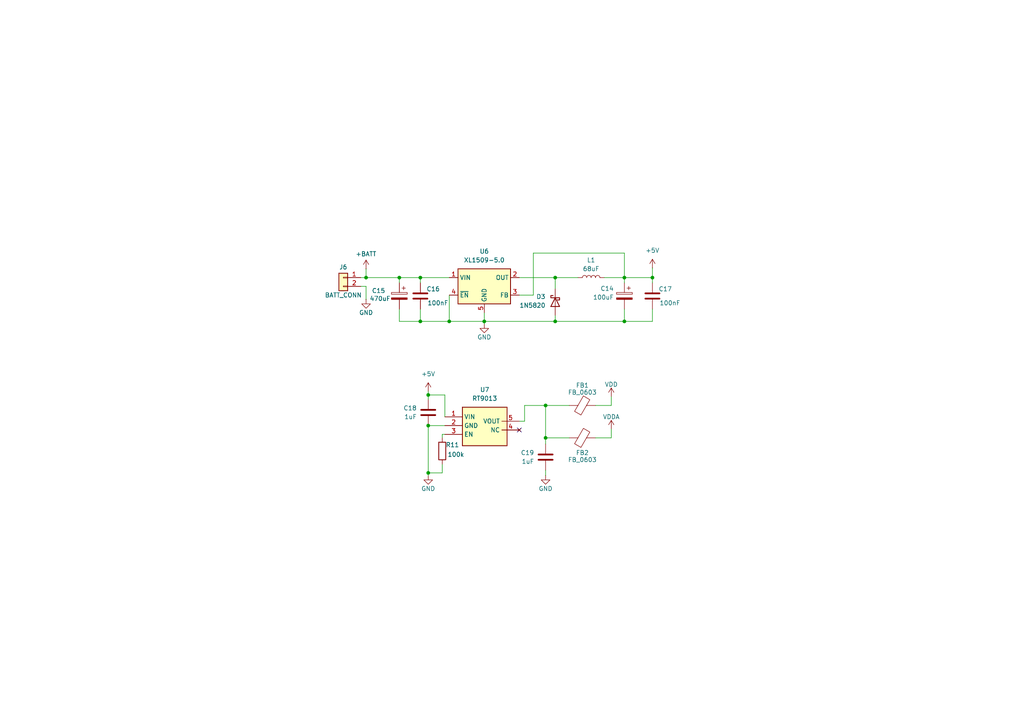
<source format=kicad_sch>
(kicad_sch (version 20231120) (generator "eeschema") (generator_version "8.0")
  (paper "A4")
  (lib_symbols
    (symbol "Connector_Generic:Conn_01x02" (pin_names (offset 1.016) hide)
      (property "Reference" "J" (at 0 2.54 0))
      (property "Value" "Conn_01x02" (at 0 -5.08 0))
      (symbol "Conn_01x02_1_1"
        (rectangle (start -1.27 -2.413) (end 0 -2.667) (stroke (width 0.1524)))
        (rectangle (start -1.27 0.127) (end 0 -0.127) (stroke (width 0.1524)))
        (rectangle (start -1.27 1.27) (end 1.27 -3.81) (stroke (width 0.254)) (fill (type background)))
        (pin passive line (at -5.08 0 0) (length 3.81) (name "Pin_1") (number "1"))
        (pin passive line (at -5.08 -2.54 0) (length 3.81) (name "Pin_2") (number "2"))
      )
    )
    (symbol "Device:C" (pin_numbers hide) (pin_names (offset 0.254))
      (property "Reference" "C" (at 0.635 2.54 0))
      (property "Value" "C" (at 0.635 -2.54 0))
      (symbol "C_0_1"
        (polyline (pts (xy -2.032 -0.762) (xy 2.032 -0.762)) (stroke (width 0.508)))
        (polyline (pts (xy -2.032 0.762) (xy 2.032 0.762)) (stroke (width 0.508)))
      )
      (symbol "C_1_1"
        (pin passive line (at 0 3.81 270) (length 2.794) (name "~") (number "1"))
        (pin passive line (at 0 -3.81 90) (length 2.794) (name "~") (number "2"))
      )
    )
    (symbol "Device:C_Polarized" (pin_numbers hide) (pin_names (offset 0.254))
      (property "Reference" "C" (at 0.635 2.54 0))
      (property "Value" "C_Polarized" (at 0.635 -2.54 0))
      (symbol "C_Polarized_0_1"
        (rectangle (start -2.286 0.508) (end 2.286 1.016))
        (polyline (pts (xy -1.778 2.286) (xy -0.762 2.286)))
        (polyline (pts (xy -1.27 2.794) (xy -1.27 1.778)))
        (rectangle (start 2.286 -0.508) (end -2.286 -1.016) (fill (type outline)))
      )
      (symbol "C_Polarized_1_1"
        (pin passive line (at 0 3.81 270) (length 2.794) (name "~") (number "1"))
        (pin passive line (at 0 -3.81 90) (length 2.794) (name "~") (number "2"))
      )
    )
    (symbol "Device:D_Schottky" (pin_numbers hide) (pin_names (offset 1.016) hide)
      (property "Reference" "D" (at 0 2.54 0))
      (property "Value" "D_Schottky" (at 0 -2.54 0))
      (symbol "D_Schottky_0_1"
        (polyline (pts (xy 1.27 0) (xy -1.27 0)))
        (polyline (pts (xy 1.27 1.27) (xy 1.27 -1.27) (xy -1.27 0) (xy 1.27 1.27)) (stroke (width 0.254)))
        (polyline (pts (xy -1.905 0.635) (xy -1.905 1.27) (xy -1.27 1.27) (xy -1.27 -1.27) (xy -0.635 -1.27) (xy -0.635 -0.635)) (stroke (width 0.254)))
      )
      (symbol "D_Schottky_1_1"
        (pin passive line (at -3.81 0 0) (length 2.54) (name "K") (number "1"))
        (pin passive line (at 3.81 0 180) (length 2.54) (name "A") (number "2"))
      )
    )
    (symbol "Device:FerriteBead" (pin_numbers hide) (pin_names (offset 0))
      (property "Reference" "FB" (at -3.81 0.635 90))
      (property "Value" "FerriteBead" (at 3.81 0 90))
      (symbol "FerriteBead_0_1"
        (polyline (pts (xy 0 -1.27) (xy 0 -1.2192)))
        (polyline (pts (xy 0 1.27) (xy 0 1.2954)))
        (polyline (pts (xy -2.7686 0.4064) (xy -1.7018 2.2606) (xy 2.7686 -0.3048) (xy 1.6764 -2.159) (xy -2.7686 0.4064)))
      )
      (symbol "FerriteBead_1_1"
        (pin passive line (at 0 3.81 270) (length 2.54) (name "~") (number "1"))
        (pin passive line (at 0 -3.81 90) (length 2.54) (name "~") (number "2"))
      )
    )
    (symbol "Device:L" (pin_numbers hide) (pin_names (offset 1.016) hide)
      (property "Reference" "L" (at -1.27 0 90))
      (property "Value" "L" (at 1.905 0 90))
      (symbol "L_0_1"
        (arc (start 0 -2.54) (mid 0.6323 -1.905) (end 0 -1.27))
        (arc (start 0 -1.27) (mid 0.6323 -0.635) (end 0 0))
        (arc (start 0 0) (mid 0.6323 0.635) (end 0 1.27))
        (arc (start 0 1.27) (mid 0.6323 1.905) (end 0 2.54))
      )
      (symbol "L_1_1"
        (pin passive line (at 0 3.81 270) (length 1.27) (name "1") (number "1"))
        (pin passive line (at 0 -3.81 90) (length 1.27) (name "2") (number "2"))
      )
    )
    (symbol "Device:R" (pin_numbers hide) (pin_names (offset 0))
      (property "Reference" "R" (at 2.032 0 90))
      (property "Value" "R" (at 0 0 90))
      (symbol "R_0_1"
        (rectangle (start -1.016 -2.54) (end 1.016 2.54) (stroke (width 0.254)))
      )
      (symbol "R_1_1"
        (pin passive line (at 0 3.81 270) (length 1.27) (name "~") (number "1"))
        (pin passive line (at 0 -3.81 90) (length 1.27) (name "~") (number "2"))
      )
    )
    (symbol "Regulator_Switching:XL1509-5.0"
      (property "Reference" "U" (at -7.112 6.096 0))
      (property "Value" "XL1509-5.0" (at 5.842 6.096 0))
      (symbol "XL1509-5.0_0_1"
        (rectangle (start -7.62 5.08) (end 7.62 -5.08) (stroke (width 0.254)) (fill (type background)))
      )
      (symbol "XL1509-5.0_1_1"
        (pin power_in line (at -10.16 2.54 0) (length 2.54) (name "VIN") (number "1"))
        (pin power_out line (at 10.16 2.54 180) (length 2.54) (name "OUT") (number "2"))
        (pin input line (at 10.16 -2.54 180) (length 2.54) (name "FB") (number "3"))
        (pin input line (at -10.16 -2.54 0) (length 2.54) (name "~{EN}") (number "4"))
        (pin power_in line (at 0 -7.62 90) (length 2.54) (name "GND") (number "5"))
        (pin passive line (at 0 -7.62 90) (length 2.54) hide (name "GND") (number "6"))
        (pin passive line (at 0 -7.62 90) (length 2.54) hide (name "GND") (number "7"))
        (pin passive line (at 0 -7.62 90) (length 2.54) hide (name "GND") (number "8"))
      )
    )
    (symbol "power:+5V" (power) (pin_numbers hide) (pin_names (offset 0) hide)
      (property "Value" "+5V" (at 0 3.556 0))
      (symbol "+5V_0_1"
        (polyline (pts (xy -0.762 1.27) (xy 0 2.54)))
        (polyline (pts (xy 0 0) (xy 0 2.54)))
        (polyline (pts (xy 0 2.54) (xy 0.762 1.27)))
      )
      (symbol "+5V_1_1"
        (pin power_in line (at 0 0 90) (length 0) (name "~") (number "1"))
      )
    )
    (symbol "power:+BATT" (power) (pin_numbers hide) (pin_names (offset 0) hide)
      (property "Value" "+BATT" (at 0 3.556 0))
      (symbol "+BATT_0_1"
        (polyline (pts (xy -0.762 1.27) (xy 0 2.54)))
        (polyline (pts (xy 0 0) (xy 0 2.54)))
        (polyline (pts (xy 0 2.54) (xy 0.762 1.27)))
      )
      (symbol "+BATT_1_1"
        (pin power_in line (at 0 0 90) (length 0) (name "~") (number "1"))
      )
    )
    (symbol "power:GND" (power) (pin_numbers hide) (pin_names (offset 0) hide)
      (property "Value" "GND" (at 0 -3.81 0))
      (symbol "GND_0_1"
        (polyline (pts (xy 0 0) (xy 0 -1.27) (xy 1.27 -1.27) (xy 0 -2.54) (xy -1.27 -1.27) (xy 0 -1.27)))
      )
      (symbol "GND_1_1"
        (pin power_in line (at 0 0 270) (length 0) (name "~") (number "1"))
      )
    )
    (symbol "power:VDD" (power) (pin_numbers hide) (pin_names (offset 0) hide)
      (property "Value" "VDD" (at 0 3.556 0))
      (symbol "VDD_0_1"
        (polyline (pts (xy -0.762 1.27) (xy 0 2.54)))
        (polyline (pts (xy 0 0) (xy 0 2.54)))
        (polyline (pts (xy 0 2.54) (xy 0.762 1.27)))
      )
      (symbol "VDD_1_1"
        (pin power_in line (at 0 0 90) (length 0) (name "~") (number "1"))
      )
    )
    (symbol "power:VDDA" (power) (pin_numbers hide) (pin_names (offset 0) hide)
      (property "Value" "VDDA" (at 0 3.556 0))
      (symbol "VDDA_0_1"
        (polyline (pts (xy -0.762 1.27) (xy 0 2.54)))
        (polyline (pts (xy 0 0) (xy 0 2.54)))
        (polyline (pts (xy 0 2.54) (xy 0.762 1.27)))
      )
      (symbol "VDDA_1_1"
        (pin power_in line (at 0 0 90) (length 0) (name "~") (number "1"))
      )
    )
    (symbol "project241_sym:RT9013-33GB"
      (property "Reference" "U" (at 0 8.636 0))
      (property "Value" "RT9013" (at 0 6.858 0))
      (symbol "RT9013-33GB_1_1"
        (rectangle (start -6.35 5.334) (end 6.604 -5.842) (stroke (width 0.254)) (fill (type background)))
        (pin passive line (at -11.43 2.54 0) (length 5.08) (name "VIN") (number "1"))
        (pin passive line (at -11.43 0 0) (length 5.08) (name "GND") (number "2"))
        (pin passive line (at -11.43 -2.54 0) (length 5.08) (name "EN") (number "3"))
        (pin no_connect line (at 10.16 -1.27 180) (length 5.08) (name "NC") (number "4"))
        (pin passive line (at 10.16 1.27 180) (length 5.08) (name "VOUT") (number "5"))
      )
    )
  )
  (junction (at 161.036 80.518))
  (junction (at 158.242 127))
  (junction (at 140.462 93.218))
  (junction (at 115.824 80.518))
  (junction (at 181.102 93.218))
  (junction (at 124.206 114.554))
  (junction (at 106.172 80.518))
  (junction (at 121.92 80.518))
  (junction (at 124.206 123.444))
  (junction (at 181.102 80.518))
  (junction (at 189.23 80.518))
  (junction (at 161.036 93.218))
  (junction (at 158.242 117.602))
  (junction (at 130.302 93.218))
  (junction (at 121.92 93.218))
  (junction (at 124.206 137.16))
  (no_connect (at 150.622 124.714))
  (wire (pts (xy 161.036 93.218) (xy 161.036 91.44)))
  (wire (pts (xy 181.102 82.042) (xy 181.102 80.518)))
  (wire (pts (xy 167.64 80.518) (xy 161.036 80.518)))
  (wire (pts (xy 158.242 127) (xy 158.242 128.778)))
  (wire (pts (xy 115.824 89.662) (xy 115.824 93.218)))
  (wire (pts (xy 129.032 114.554) (xy 124.206 114.554)))
  (wire (pts (xy 124.206 137.16) (xy 124.206 123.444)))
  (wire (pts (xy 128.27 125.984) (xy 129.032 125.984)))
  (wire (pts (xy 177.292 124.46) (xy 177.292 127)))
  (wire (pts (xy 106.172 77.978) (xy 106.172 80.518)))
  (wire (pts (xy 124.206 113.538) (xy 124.206 114.554)))
  (wire (pts (xy 106.172 80.518) (xy 115.824 80.518)))
  (wire (pts (xy 161.036 83.82) (xy 161.036 80.518)))
  (wire (pts (xy 177.292 117.602) (xy 172.72 117.602)))
  (wire (pts (xy 189.23 80.518) (xy 181.102 80.518)))
  (wire (pts (xy 128.27 127) (xy 128.27 125.984)))
  (wire (pts (xy 158.242 117.602) (xy 152.146 117.602)))
  (wire (pts (xy 115.824 93.218) (xy 121.92 93.218)))
  (wire (pts (xy 161.036 80.518) (xy 150.622 80.518)))
  (wire (pts (xy 140.462 93.98) (xy 140.462 93.218)))
  (wire (pts (xy 121.92 93.218) (xy 130.302 93.218)))
  (wire (pts (xy 152.146 117.602) (xy 152.146 122.174)))
  (wire (pts (xy 165.1 117.602) (xy 158.242 117.602)))
  (wire (pts (xy 128.27 137.16) (xy 124.206 137.16)))
  (wire (pts (xy 129.032 120.904) (xy 129.032 114.554)))
  (wire (pts (xy 154.686 85.598) (xy 154.686 73.406)))
  (wire (pts (xy 130.302 93.218) (xy 140.462 93.218)))
  (wire (pts (xy 189.23 89.662) (xy 189.23 93.218)))
  (wire (pts (xy 152.146 122.174) (xy 150.622 122.174)))
  (wire (pts (xy 177.292 127) (xy 172.72 127)))
  (wire (pts (xy 121.92 82.042) (xy 121.92 80.518)))
  (wire (pts (xy 150.622 85.598) (xy 154.686 85.598)))
  (wire (pts (xy 140.462 93.218) (xy 161.036 93.218)))
  (wire (pts (xy 165.1 127) (xy 158.242 127)))
  (wire (pts (xy 124.206 123.444) (xy 129.032 123.444)))
  (wire (pts (xy 121.92 80.518) (xy 130.302 80.518)))
  (wire (pts (xy 189.23 82.042) (xy 189.23 80.518)))
  (wire (pts (xy 158.242 136.398) (xy 158.242 137.922)))
  (wire (pts (xy 124.206 114.554) (xy 124.206 115.824)))
  (wire (pts (xy 106.172 86.868) (xy 106.172 83.058)))
  (wire (pts (xy 154.686 73.406) (xy 181.102 73.406)))
  (wire (pts (xy 177.292 115.062) (xy 177.292 117.602)))
  (wire (pts (xy 181.102 80.518) (xy 175.26 80.518)))
  (wire (pts (xy 181.102 73.406) (xy 181.102 80.518)))
  (wire (pts (xy 115.824 80.518) (xy 121.92 80.518)))
  (wire (pts (xy 121.92 89.662) (xy 121.92 93.218)))
  (wire (pts (xy 104.648 80.518) (xy 106.172 80.518)))
  (wire (pts (xy 128.27 134.62) (xy 128.27 137.16)))
  (wire (pts (xy 140.462 90.678) (xy 140.462 93.218)))
  (wire (pts (xy 189.23 93.218) (xy 181.102 93.218)))
  (wire (pts (xy 106.172 83.058) (xy 104.648 83.058)))
  (wire (pts (xy 181.102 93.218) (xy 181.102 89.662)))
  (wire (pts (xy 130.302 85.598) (xy 130.302 93.218)))
  (wire (pts (xy 158.242 117.602) (xy 158.242 127)))
  (wire (pts (xy 115.824 82.042) (xy 115.824 80.518)))
  (wire (pts (xy 189.23 77.724) (xy 189.23 80.518)))
  (wire (pts (xy 124.206 137.922) (xy 124.206 137.16)))
  (wire (pts (xy 161.036 93.218) (xy 181.102 93.218)))
  (symbol (lib_id "Regulator_Switching:XL1509-5.0") (at 140.462 83.058 0) (unit 1)
    (property "Reference" "U6" (at 140.462 72.898 0))
    (property "Value" "XL1509-5.0" (at 140.462 75.438 0))
    (property "Footprint" "Package_SO:SOIC-8_3.9x4.9mm_P1.27mm" (effects (hide yes)))
    (property "Datasheet" "https://datasheet.lcsc.com/lcsc/1809050422_XLSEMI-XL1509-5-0E1_C61063.pdf" (effects (hide yes)))
    (property "Description" "Buck DC/DC Converter, 2A, 5V Output Voltage, 7-40V Input Voltage" (effects (hide yes)))
  )
  (symbol (lib_id "Device:D_Schottky") (at 161.036 87.63 90) (mirror x) (unit 1)
    (property "Reference" "D3" (at 158.242 86.0424 90) (effects (justify left)))
    (property "Value" "1N5820" (at 158.242 88.5824 90) (effects (justify left)))
    (property "Description" "Schottky diode" (effects (hide yes)))
  )
  (symbol (lib_id "Device:R") (at 128.27 130.81 180) (unit 1)
    (property "Reference" "R11" (at 129.286 129.032 0) (effects (justify right)))
    (property "Value" "100k" (at 129.794 131.826 0) (effects (justify right)))
    (property "Description" "Resistor" (effects (hide yes)))
  )
  (symbol (lib_id "power:GND") (at 106.172 86.868 0) (unit 1)
    (property "Reference" "#PWR031" (effects (hide yes)))
    (property "Value" "GND" (at 106.172 90.678 0))
    (property "Description" "Power symbol creates a global label with name \"GND\" , ground" (effects (hide yes)))
  )
  (symbol (lib_id "power:+5V") (at 124.206 113.538 0) (unit 1)
    (property "Reference" "#PWR035" (effects (hide yes)))
    (property "Value" "+5V" (at 124.206 108.458 0))
    (property "Description" "Power symbol creates a global label with name \"+5V\"" (effects (hide yes)))
  )
  (symbol (lib_id "Device:C") (at 189.23 85.852 0) (unit 1)
    (property "Reference" "C17" (at 191.008 83.82 0) (effects (justify left)))
    (property "Value" "100nF" (at 191.262 87.884 0) (effects (justify left)))
    (property "Description" "Unpolarized capacitor" (effects (hide yes)))
  )
  (symbol (lib_id "power:GND") (at 124.206 137.922 0) (unit 1)
    (property "Reference" "#PWR034" (effects (hide yes)))
    (property "Value" "GND" (at 124.206 141.732 0))
    (property "Description" "Power symbol creates a global label with name \"GND\" , ground" (effects (hide yes)))
  )
  (symbol (lib_id "power:VDDA") (at 177.292 124.46 0) (unit 1)
    (property "Reference" "#PWR040" (effects (hide yes)))
    (property "Value" "VDDA" (at 177.292 120.904 0))
    (property "Description" "Power symbol creates a global label with name \"VDDA\"" (effects (hide yes)))
  )
  (symbol (lib_id "power:GND") (at 158.242 137.922 0) (unit 1)
    (property "Reference" "#PWR036" (effects (hide yes)))
    (property "Value" "GND" (at 158.242 141.732 0))
    (property "Description" "Power symbol creates a global label with name \"GND\" , ground" (effects (hide yes)))
  )
  (symbol (lib_id "power:GND") (at 140.462 93.98 0) (unit 1)
    (property "Reference" "#PWR033" (effects (hide yes)))
    (property "Value" "GND" (at 140.462 97.79 0))
    (property "Description" "Power symbol creates a global label with name \"GND\" , ground" (effects (hide yes)))
  )
  (symbol (lib_id "project241_sym:RT9013-33GB") (at 140.462 123.444 0) (unit 1)
    (property "Reference" "U7" (at 140.589 113.03 0))
    (property "Value" "RT9013" (at 140.589 115.57 0))
    (property "Footprint" "project241_footprint:SOT23_5" (effects (hide yes)))
  )
  (symbol (lib_id "Device:C") (at 121.92 85.852 0) (unit 1)
    (property "Reference" "C16" (at 123.698 83.82 0) (effects (justify left)))
    (property "Value" "100nF" (at 123.952 87.884 0) (effects (justify left)))
    (property "Description" "Unpolarized capacitor" (effects (hide yes)))
  )
  (symbol (lib_id "Connector_Generic:Conn_01x02") (at 99.568 80.518 0) (mirror y) (unit 1)
    (property "Reference" "J6" (at 99.568 77.47 0))
    (property "Value" "BATT_CONN" (at 99.568 85.598 0))
    (property "Description" "Generic connector, single row, 01x02, script generated (kicad-library-utils/schlib/autogen/connector/)" (effects (hide yes)))
  )
  (symbol (lib_id "Device:FerriteBead") (at 168.91 117.602 90) (unit 1)
    (property "Reference" "FB1" (at 168.91 111.76 90))
    (property "Value" "FB_0603" (at 168.91 113.792 90))
    (property "Description" "Ferrite bead" (effects (hide yes)))
  )
  (symbol (lib_id "Device:FerriteBead") (at 168.91 127 90) (unit 1)
    (property "Reference" "FB2" (at 168.91 131.318 90))
    (property "Value" "FB_0603" (at 168.91 133.35 90))
    (property "Description" "Ferrite bead" (effects (hide yes)))
  )
  (symbol (lib_id "Device:C_Polarized") (at 115.824 85.852 0) (mirror y) (unit 1)
    (property "Reference" "C15" (at 111.76 84.328 0) (effects (justify left)))
    (property "Value" "470uF" (at 113.284 86.614 0) (effects (justify left)))
    (property "Description" "Polarized capacitor" (effects (hide yes)))
  )
  (symbol (lib_id "power:+5V") (at 189.23 77.724 0) (unit 1)
    (property "Reference" "#PWR032" (effects (hide yes)))
    (property "Value" "+5V" (at 189.23 72.644 0))
    (property "Description" "Power symbol creates a global label with name \"+5V\"" (effects (hide yes)))
  )
  (symbol (lib_id "power:+BATT") (at 106.172 77.978 0) (unit 1)
    (property "Reference" "#PWR041" (effects (hide yes)))
    (property "Value" "+BATT" (at 106.172 73.66 0))
    (property "Description" "Power symbol creates a global label with name \"+BATT\"" (effects (hide yes)))
  )
  (symbol (lib_id "Device:L") (at 171.45 80.518 90) (unit 1)
    (property "Reference" "L1" (at 171.45 75.438 90))
    (property "Value" "68uF" (at 171.45 77.978 90))
    (property "Description" "Inductor" (effects (hide yes)))
  )
  (symbol (lib_id "Device:C_Polarized") (at 181.102 85.852 0) (mirror y) (unit 1)
    (property "Reference" "C14" (at 178.054 83.6929 0) (effects (justify left)))
    (property "Value" "100uF" (at 178.054 86.2329 0) (effects (justify left)))
    (property "Description" "Polarized capacitor" (effects (hide yes)))
  )
  (symbol (lib_id "power:VDD") (at 177.292 115.062 0) (unit 1)
    (property "Reference" "#PWR037" (effects (hide yes)))
    (property "Value" "VDD" (at 177.292 111.506 0))
    (property "Description" "Power symbol creates a global label with name \"VDD\"" (effects (hide yes)))
  )
  (symbol (lib_id "Device:C") (at 158.242 132.588 0) (unit 1)
    (property "Reference" "C19" (at 154.94 131.3179 0) (effects (justify right)))
    (property "Value" "1uF" (at 154.94 133.8579 0) (effects (justify right)))
    (property "Description" "Unpolarized capacitor" (effects (hide yes)))
  )
  (symbol (lib_id "Device:C") (at 124.206 119.634 0) (unit 1)
    (property "Reference" "C18" (at 120.904 118.3639 0) (effects (justify right)))
    (property "Value" "1uF" (at 120.904 120.9039 0) (effects (justify right)))
    (property "Description" "Unpolarized capacitor" (effects (hide yes)))
  )
)
</source>
